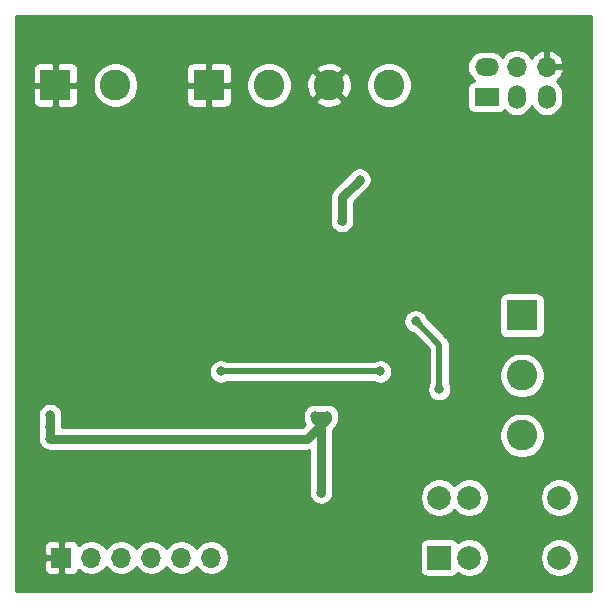
<source format=gbr>
G04 #@! TF.GenerationSoftware,KiCad,Pcbnew,5.1.5-52549c5~84~ubuntu18.04.1*
G04 #@! TF.CreationDate,2020-01-03T01:36:26+01:00*
G04 #@! TF.ProjectId,presen-fsr,70726573-656e-42d6-9673-722e6b696361,0*
G04 #@! TF.SameCoordinates,Original*
G04 #@! TF.FileFunction,Copper,L2,Bot*
G04 #@! TF.FilePolarity,Positive*
%FSLAX46Y46*%
G04 Gerber Fmt 4.6, Leading zero omitted, Abs format (unit mm)*
G04 Created by KiCad (PCBNEW 5.1.5-52549c5~84~ubuntu18.04.1) date 2020-01-03 01:36:26*
%MOMM*%
%LPD*%
G04 APERTURE LIST*
%ADD10C,2.000000*%
%ADD11R,2.000000X2.000000*%
%ADD12C,2.600000*%
%ADD13R,2.600000X2.600000*%
%ADD14O,1.700000X1.700000*%
%ADD15R,1.700000X1.700000*%
%ADD16O,1.500000X2.000000*%
%ADD17O,2.000000X1.500000*%
%ADD18R,2.000000X1.500000*%
%ADD19C,0.800000*%
%ADD20C,0.750000*%
%ADD21C,0.500000*%
%ADD22C,0.254000*%
G04 APERTURE END LIST*
D10*
X75660000Y-155500000D03*
X75660000Y-150420000D03*
X68040000Y-155500000D03*
D11*
X65500000Y-155500000D03*
D10*
X68040000Y-150420000D03*
X65500000Y-150420000D03*
D12*
X61240000Y-115500000D03*
X56160000Y-115500000D03*
X51080000Y-115500000D03*
D13*
X46000000Y-115500000D03*
D12*
X72500000Y-145160000D03*
X72500000Y-140080000D03*
D13*
X72500000Y-135000000D03*
D14*
X46200000Y-155500000D03*
X43660000Y-155500000D03*
X41120000Y-155500000D03*
X38580000Y-155500000D03*
X36040000Y-155500000D03*
D15*
X33500000Y-155500000D03*
D14*
X74580000Y-113960000D03*
D16*
X74580000Y-116500000D03*
D14*
X72040000Y-113960000D03*
D16*
X72040000Y-116500000D03*
D17*
X69500000Y-113960000D03*
D18*
X69500000Y-116500000D03*
D12*
X38080000Y-115500000D03*
D13*
X33000000Y-115500000D03*
D19*
X57250000Y-127000000D03*
X36500000Y-141250000D03*
X36500000Y-143250000D03*
X51000000Y-141250000D03*
X51000000Y-142250000D03*
X51750000Y-141750000D03*
X56000000Y-143500000D03*
X55500000Y-144250000D03*
X36500000Y-142250000D03*
X32562500Y-143437500D03*
X32562500Y-144437500D03*
X32562500Y-145437500D03*
X55000000Y-143500000D03*
X55500000Y-150000000D03*
X58750000Y-123500000D03*
X60500000Y-139750000D03*
X47000000Y-139750000D03*
X65500000Y-141250000D03*
X63500000Y-135500000D03*
D20*
X51000000Y-142250000D02*
X36500000Y-142250000D01*
X36500000Y-141250000D02*
X36500000Y-143250000D01*
X51000000Y-142250000D02*
X51000000Y-141250000D01*
X51250000Y-141250000D02*
X51750000Y-141750000D01*
X51000000Y-141250000D02*
X51250000Y-141250000D01*
X51250000Y-142250000D02*
X51750000Y-141750000D01*
X51000000Y-142250000D02*
X51250000Y-142250000D01*
X55000000Y-143500000D02*
X56000000Y-143500000D01*
X56000000Y-143750000D02*
X55500000Y-144250000D01*
X56000000Y-143500000D02*
X56000000Y-143750000D01*
X55000000Y-143750000D02*
X55500000Y-144250000D01*
X55000000Y-143500000D02*
X55000000Y-143750000D01*
X32562500Y-143437500D02*
X32562500Y-145437500D01*
X55500000Y-144250000D02*
X55500000Y-150000000D01*
X54312500Y-145437500D02*
X55500000Y-144250000D01*
X32562500Y-145437500D02*
X54312500Y-145437500D01*
X57250000Y-127000000D02*
X57250000Y-125000000D01*
X57250000Y-125000000D02*
X58750000Y-123500000D01*
D21*
X60500000Y-139750000D02*
X47000000Y-139750000D01*
X65500000Y-141250000D02*
X65500000Y-137500000D01*
X65500000Y-137500000D02*
X63500000Y-135500000D01*
D22*
G36*
X78340000Y-158340000D02*
G01*
X29660000Y-158340000D01*
X29660000Y-156350000D01*
X32011928Y-156350000D01*
X32024188Y-156474482D01*
X32060498Y-156594180D01*
X32119463Y-156704494D01*
X32198815Y-156801185D01*
X32295506Y-156880537D01*
X32405820Y-156939502D01*
X32525518Y-156975812D01*
X32650000Y-156988072D01*
X33214250Y-156985000D01*
X33373000Y-156826250D01*
X33373000Y-155627000D01*
X32173750Y-155627000D01*
X32015000Y-155785750D01*
X32011928Y-156350000D01*
X29660000Y-156350000D01*
X29660000Y-154650000D01*
X32011928Y-154650000D01*
X32015000Y-155214250D01*
X32173750Y-155373000D01*
X33373000Y-155373000D01*
X33373000Y-154173750D01*
X33627000Y-154173750D01*
X33627000Y-155373000D01*
X33647000Y-155373000D01*
X33647000Y-155627000D01*
X33627000Y-155627000D01*
X33627000Y-156826250D01*
X33785750Y-156985000D01*
X34350000Y-156988072D01*
X34474482Y-156975812D01*
X34594180Y-156939502D01*
X34704494Y-156880537D01*
X34801185Y-156801185D01*
X34880537Y-156704494D01*
X34939502Y-156594180D01*
X34961513Y-156521620D01*
X35093368Y-156653475D01*
X35336589Y-156815990D01*
X35606842Y-156927932D01*
X35893740Y-156985000D01*
X36186260Y-156985000D01*
X36473158Y-156927932D01*
X36743411Y-156815990D01*
X36986632Y-156653475D01*
X37193475Y-156446632D01*
X37310000Y-156272240D01*
X37426525Y-156446632D01*
X37633368Y-156653475D01*
X37876589Y-156815990D01*
X38146842Y-156927932D01*
X38433740Y-156985000D01*
X38726260Y-156985000D01*
X39013158Y-156927932D01*
X39283411Y-156815990D01*
X39526632Y-156653475D01*
X39733475Y-156446632D01*
X39850000Y-156272240D01*
X39966525Y-156446632D01*
X40173368Y-156653475D01*
X40416589Y-156815990D01*
X40686842Y-156927932D01*
X40973740Y-156985000D01*
X41266260Y-156985000D01*
X41553158Y-156927932D01*
X41823411Y-156815990D01*
X42066632Y-156653475D01*
X42273475Y-156446632D01*
X42390000Y-156272240D01*
X42506525Y-156446632D01*
X42713368Y-156653475D01*
X42956589Y-156815990D01*
X43226842Y-156927932D01*
X43513740Y-156985000D01*
X43806260Y-156985000D01*
X44093158Y-156927932D01*
X44363411Y-156815990D01*
X44606632Y-156653475D01*
X44813475Y-156446632D01*
X44930000Y-156272240D01*
X45046525Y-156446632D01*
X45253368Y-156653475D01*
X45496589Y-156815990D01*
X45766842Y-156927932D01*
X46053740Y-156985000D01*
X46346260Y-156985000D01*
X46633158Y-156927932D01*
X46903411Y-156815990D01*
X47146632Y-156653475D01*
X47353475Y-156446632D01*
X47515990Y-156203411D01*
X47627932Y-155933158D01*
X47685000Y-155646260D01*
X47685000Y-155353740D01*
X47627932Y-155066842D01*
X47515990Y-154796589D01*
X47353475Y-154553368D01*
X47300107Y-154500000D01*
X63861928Y-154500000D01*
X63861928Y-156500000D01*
X63874188Y-156624482D01*
X63910498Y-156744180D01*
X63969463Y-156854494D01*
X64048815Y-156951185D01*
X64145506Y-157030537D01*
X64255820Y-157089502D01*
X64375518Y-157125812D01*
X64500000Y-157138072D01*
X66500000Y-157138072D01*
X66624482Y-157125812D01*
X66744180Y-157089502D01*
X66854494Y-157030537D01*
X66951185Y-156951185D01*
X67030537Y-156854494D01*
X67055191Y-156808370D01*
X67265537Y-156948918D01*
X67563088Y-157072168D01*
X67878967Y-157135000D01*
X68201033Y-157135000D01*
X68516912Y-157072168D01*
X68814463Y-156948918D01*
X69082252Y-156769987D01*
X69309987Y-156542252D01*
X69488918Y-156274463D01*
X69612168Y-155976912D01*
X69675000Y-155661033D01*
X69675000Y-155338967D01*
X74025000Y-155338967D01*
X74025000Y-155661033D01*
X74087832Y-155976912D01*
X74211082Y-156274463D01*
X74390013Y-156542252D01*
X74617748Y-156769987D01*
X74885537Y-156948918D01*
X75183088Y-157072168D01*
X75498967Y-157135000D01*
X75821033Y-157135000D01*
X76136912Y-157072168D01*
X76434463Y-156948918D01*
X76702252Y-156769987D01*
X76929987Y-156542252D01*
X77108918Y-156274463D01*
X77232168Y-155976912D01*
X77295000Y-155661033D01*
X77295000Y-155338967D01*
X77232168Y-155023088D01*
X77108918Y-154725537D01*
X76929987Y-154457748D01*
X76702252Y-154230013D01*
X76434463Y-154051082D01*
X76136912Y-153927832D01*
X75821033Y-153865000D01*
X75498967Y-153865000D01*
X75183088Y-153927832D01*
X74885537Y-154051082D01*
X74617748Y-154230013D01*
X74390013Y-154457748D01*
X74211082Y-154725537D01*
X74087832Y-155023088D01*
X74025000Y-155338967D01*
X69675000Y-155338967D01*
X69612168Y-155023088D01*
X69488918Y-154725537D01*
X69309987Y-154457748D01*
X69082252Y-154230013D01*
X68814463Y-154051082D01*
X68516912Y-153927832D01*
X68201033Y-153865000D01*
X67878967Y-153865000D01*
X67563088Y-153927832D01*
X67265537Y-154051082D01*
X67055191Y-154191630D01*
X67030537Y-154145506D01*
X66951185Y-154048815D01*
X66854494Y-153969463D01*
X66744180Y-153910498D01*
X66624482Y-153874188D01*
X66500000Y-153861928D01*
X64500000Y-153861928D01*
X64375518Y-153874188D01*
X64255820Y-153910498D01*
X64145506Y-153969463D01*
X64048815Y-154048815D01*
X63969463Y-154145506D01*
X63910498Y-154255820D01*
X63874188Y-154375518D01*
X63861928Y-154500000D01*
X47300107Y-154500000D01*
X47146632Y-154346525D01*
X46903411Y-154184010D01*
X46633158Y-154072068D01*
X46346260Y-154015000D01*
X46053740Y-154015000D01*
X45766842Y-154072068D01*
X45496589Y-154184010D01*
X45253368Y-154346525D01*
X45046525Y-154553368D01*
X44930000Y-154727760D01*
X44813475Y-154553368D01*
X44606632Y-154346525D01*
X44363411Y-154184010D01*
X44093158Y-154072068D01*
X43806260Y-154015000D01*
X43513740Y-154015000D01*
X43226842Y-154072068D01*
X42956589Y-154184010D01*
X42713368Y-154346525D01*
X42506525Y-154553368D01*
X42390000Y-154727760D01*
X42273475Y-154553368D01*
X42066632Y-154346525D01*
X41823411Y-154184010D01*
X41553158Y-154072068D01*
X41266260Y-154015000D01*
X40973740Y-154015000D01*
X40686842Y-154072068D01*
X40416589Y-154184010D01*
X40173368Y-154346525D01*
X39966525Y-154553368D01*
X39850000Y-154727760D01*
X39733475Y-154553368D01*
X39526632Y-154346525D01*
X39283411Y-154184010D01*
X39013158Y-154072068D01*
X38726260Y-154015000D01*
X38433740Y-154015000D01*
X38146842Y-154072068D01*
X37876589Y-154184010D01*
X37633368Y-154346525D01*
X37426525Y-154553368D01*
X37310000Y-154727760D01*
X37193475Y-154553368D01*
X36986632Y-154346525D01*
X36743411Y-154184010D01*
X36473158Y-154072068D01*
X36186260Y-154015000D01*
X35893740Y-154015000D01*
X35606842Y-154072068D01*
X35336589Y-154184010D01*
X35093368Y-154346525D01*
X34961513Y-154478380D01*
X34939502Y-154405820D01*
X34880537Y-154295506D01*
X34801185Y-154198815D01*
X34704494Y-154119463D01*
X34594180Y-154060498D01*
X34474482Y-154024188D01*
X34350000Y-154011928D01*
X33785750Y-154015000D01*
X33627000Y-154173750D01*
X33373000Y-154173750D01*
X33214250Y-154015000D01*
X32650000Y-154011928D01*
X32525518Y-154024188D01*
X32405820Y-154060498D01*
X32295506Y-154119463D01*
X32198815Y-154198815D01*
X32119463Y-154295506D01*
X32060498Y-154405820D01*
X32024188Y-154525518D01*
X32011928Y-154650000D01*
X29660000Y-154650000D01*
X29660000Y-143335561D01*
X31527500Y-143335561D01*
X31527500Y-143539439D01*
X31552500Y-143665124D01*
X31552500Y-144209875D01*
X31527500Y-144335561D01*
X31527500Y-144539439D01*
X31552501Y-144665127D01*
X31552501Y-145209872D01*
X31527500Y-145335561D01*
X31527500Y-145539439D01*
X31567274Y-145739398D01*
X31645295Y-145927756D01*
X31758563Y-146097274D01*
X31902726Y-146241437D01*
X32072244Y-146354705D01*
X32260602Y-146432726D01*
X32460561Y-146472500D01*
X32664439Y-146472500D01*
X32790123Y-146447500D01*
X54262892Y-146447500D01*
X54312500Y-146452386D01*
X54490000Y-146434903D01*
X54490001Y-149772372D01*
X54465000Y-149898061D01*
X54465000Y-150101939D01*
X54504774Y-150301898D01*
X54582795Y-150490256D01*
X54696063Y-150659774D01*
X54840226Y-150803937D01*
X55009744Y-150917205D01*
X55198102Y-150995226D01*
X55398061Y-151035000D01*
X55601939Y-151035000D01*
X55801898Y-150995226D01*
X55990256Y-150917205D01*
X56159774Y-150803937D01*
X56303937Y-150659774D01*
X56417205Y-150490256D01*
X56495226Y-150301898D01*
X56503765Y-150258967D01*
X63865000Y-150258967D01*
X63865000Y-150581033D01*
X63927832Y-150896912D01*
X64051082Y-151194463D01*
X64230013Y-151462252D01*
X64457748Y-151689987D01*
X64725537Y-151868918D01*
X65023088Y-151992168D01*
X65338967Y-152055000D01*
X65661033Y-152055000D01*
X65976912Y-151992168D01*
X66274463Y-151868918D01*
X66542252Y-151689987D01*
X66769987Y-151462252D01*
X66770000Y-151462233D01*
X66770013Y-151462252D01*
X66997748Y-151689987D01*
X67265537Y-151868918D01*
X67563088Y-151992168D01*
X67878967Y-152055000D01*
X68201033Y-152055000D01*
X68516912Y-151992168D01*
X68814463Y-151868918D01*
X69082252Y-151689987D01*
X69309987Y-151462252D01*
X69488918Y-151194463D01*
X69612168Y-150896912D01*
X69675000Y-150581033D01*
X69675000Y-150258967D01*
X74025000Y-150258967D01*
X74025000Y-150581033D01*
X74087832Y-150896912D01*
X74211082Y-151194463D01*
X74390013Y-151462252D01*
X74617748Y-151689987D01*
X74885537Y-151868918D01*
X75183088Y-151992168D01*
X75498967Y-152055000D01*
X75821033Y-152055000D01*
X76136912Y-151992168D01*
X76434463Y-151868918D01*
X76702252Y-151689987D01*
X76929987Y-151462252D01*
X77108918Y-151194463D01*
X77232168Y-150896912D01*
X77295000Y-150581033D01*
X77295000Y-150258967D01*
X77232168Y-149943088D01*
X77108918Y-149645537D01*
X76929987Y-149377748D01*
X76702252Y-149150013D01*
X76434463Y-148971082D01*
X76136912Y-148847832D01*
X75821033Y-148785000D01*
X75498967Y-148785000D01*
X75183088Y-148847832D01*
X74885537Y-148971082D01*
X74617748Y-149150013D01*
X74390013Y-149377748D01*
X74211082Y-149645537D01*
X74087832Y-149943088D01*
X74025000Y-150258967D01*
X69675000Y-150258967D01*
X69612168Y-149943088D01*
X69488918Y-149645537D01*
X69309987Y-149377748D01*
X69082252Y-149150013D01*
X68814463Y-148971082D01*
X68516912Y-148847832D01*
X68201033Y-148785000D01*
X67878967Y-148785000D01*
X67563088Y-148847832D01*
X67265537Y-148971082D01*
X66997748Y-149150013D01*
X66770013Y-149377748D01*
X66770000Y-149377767D01*
X66769987Y-149377748D01*
X66542252Y-149150013D01*
X66274463Y-148971082D01*
X65976912Y-148847832D01*
X65661033Y-148785000D01*
X65338967Y-148785000D01*
X65023088Y-148847832D01*
X64725537Y-148971082D01*
X64457748Y-149150013D01*
X64230013Y-149377748D01*
X64051082Y-149645537D01*
X63927832Y-149943088D01*
X63865000Y-150258967D01*
X56503765Y-150258967D01*
X56535000Y-150101939D01*
X56535000Y-149898061D01*
X56510000Y-149772377D01*
X56510000Y-144969419D01*
X70565000Y-144969419D01*
X70565000Y-145350581D01*
X70639361Y-145724419D01*
X70785225Y-146076566D01*
X70996987Y-146393491D01*
X71266509Y-146663013D01*
X71583434Y-146874775D01*
X71935581Y-147020639D01*
X72309419Y-147095000D01*
X72690581Y-147095000D01*
X73064419Y-147020639D01*
X73416566Y-146874775D01*
X73733491Y-146663013D01*
X74003013Y-146393491D01*
X74214775Y-146076566D01*
X74360639Y-145724419D01*
X74435000Y-145350581D01*
X74435000Y-144969419D01*
X74360639Y-144595581D01*
X74214775Y-144243434D01*
X74003013Y-143926509D01*
X73733491Y-143656987D01*
X73416566Y-143445225D01*
X73064419Y-143299361D01*
X72690581Y-143225000D01*
X72309419Y-143225000D01*
X71935581Y-143299361D01*
X71583434Y-143445225D01*
X71266509Y-143656987D01*
X70996987Y-143926509D01*
X70785225Y-144243434D01*
X70639361Y-144595581D01*
X70565000Y-144969419D01*
X56510000Y-144969419D01*
X56510000Y-144668355D01*
X56679094Y-144499261D01*
X56717633Y-144467633D01*
X56843847Y-144313840D01*
X56937632Y-144138380D01*
X56950101Y-144097274D01*
X56995385Y-143947995D01*
X57014886Y-143750000D01*
X57011794Y-143718605D01*
X57035000Y-143601939D01*
X57035000Y-143398061D01*
X56995226Y-143198102D01*
X56917205Y-143009744D01*
X56803937Y-142840226D01*
X56659774Y-142696063D01*
X56490256Y-142582795D01*
X56301898Y-142504774D01*
X56101939Y-142465000D01*
X55898061Y-142465000D01*
X55772377Y-142490000D01*
X55227623Y-142490000D01*
X55101939Y-142465000D01*
X54898061Y-142465000D01*
X54698102Y-142504774D01*
X54509744Y-142582795D01*
X54340226Y-142696063D01*
X54196063Y-142840226D01*
X54082795Y-143009744D01*
X54004774Y-143198102D01*
X53965000Y-143398061D01*
X53965000Y-143601939D01*
X53988206Y-143718605D01*
X53985114Y-143750000D01*
X53990000Y-143799607D01*
X53990000Y-143799608D01*
X54004615Y-143947994D01*
X54062368Y-144138380D01*
X54104479Y-144217165D01*
X53894145Y-144427500D01*
X33597500Y-144427500D01*
X33597500Y-144335561D01*
X33572500Y-144209877D01*
X33572500Y-143665123D01*
X33597500Y-143539439D01*
X33597500Y-143335561D01*
X33557726Y-143135602D01*
X33479705Y-142947244D01*
X33366437Y-142777726D01*
X33222274Y-142633563D01*
X33052756Y-142520295D01*
X32864398Y-142442274D01*
X32664439Y-142402500D01*
X32460561Y-142402500D01*
X32260602Y-142442274D01*
X32072244Y-142520295D01*
X31902726Y-142633563D01*
X31758563Y-142777726D01*
X31645295Y-142947244D01*
X31567274Y-143135602D01*
X31527500Y-143335561D01*
X29660000Y-143335561D01*
X29660000Y-139648061D01*
X45965000Y-139648061D01*
X45965000Y-139851939D01*
X46004774Y-140051898D01*
X46082795Y-140240256D01*
X46196063Y-140409774D01*
X46340226Y-140553937D01*
X46509744Y-140667205D01*
X46698102Y-140745226D01*
X46898061Y-140785000D01*
X47101939Y-140785000D01*
X47301898Y-140745226D01*
X47490256Y-140667205D01*
X47538454Y-140635000D01*
X59961546Y-140635000D01*
X60009744Y-140667205D01*
X60198102Y-140745226D01*
X60398061Y-140785000D01*
X60601939Y-140785000D01*
X60801898Y-140745226D01*
X60990256Y-140667205D01*
X61159774Y-140553937D01*
X61303937Y-140409774D01*
X61417205Y-140240256D01*
X61495226Y-140051898D01*
X61535000Y-139851939D01*
X61535000Y-139648061D01*
X61495226Y-139448102D01*
X61417205Y-139259744D01*
X61303937Y-139090226D01*
X61159774Y-138946063D01*
X60990256Y-138832795D01*
X60801898Y-138754774D01*
X60601939Y-138715000D01*
X60398061Y-138715000D01*
X60198102Y-138754774D01*
X60009744Y-138832795D01*
X59961546Y-138865000D01*
X47538454Y-138865000D01*
X47490256Y-138832795D01*
X47301898Y-138754774D01*
X47101939Y-138715000D01*
X46898061Y-138715000D01*
X46698102Y-138754774D01*
X46509744Y-138832795D01*
X46340226Y-138946063D01*
X46196063Y-139090226D01*
X46082795Y-139259744D01*
X46004774Y-139448102D01*
X45965000Y-139648061D01*
X29660000Y-139648061D01*
X29660000Y-135398061D01*
X62465000Y-135398061D01*
X62465000Y-135601939D01*
X62504774Y-135801898D01*
X62582795Y-135990256D01*
X62696063Y-136159774D01*
X62840226Y-136303937D01*
X63009744Y-136417205D01*
X63198102Y-136495226D01*
X63254957Y-136506535D01*
X64615001Y-137866580D01*
X64615000Y-140711545D01*
X64582795Y-140759744D01*
X64504774Y-140948102D01*
X64465000Y-141148061D01*
X64465000Y-141351939D01*
X64504774Y-141551898D01*
X64582795Y-141740256D01*
X64696063Y-141909774D01*
X64840226Y-142053937D01*
X65009744Y-142167205D01*
X65198102Y-142245226D01*
X65398061Y-142285000D01*
X65601939Y-142285000D01*
X65801898Y-142245226D01*
X65990256Y-142167205D01*
X66159774Y-142053937D01*
X66303937Y-141909774D01*
X66417205Y-141740256D01*
X66495226Y-141551898D01*
X66535000Y-141351939D01*
X66535000Y-141148061D01*
X66495226Y-140948102D01*
X66417205Y-140759744D01*
X66385000Y-140711546D01*
X66385000Y-139889419D01*
X70565000Y-139889419D01*
X70565000Y-140270581D01*
X70639361Y-140644419D01*
X70785225Y-140996566D01*
X70996987Y-141313491D01*
X71266509Y-141583013D01*
X71583434Y-141794775D01*
X71935581Y-141940639D01*
X72309419Y-142015000D01*
X72690581Y-142015000D01*
X73064419Y-141940639D01*
X73416566Y-141794775D01*
X73733491Y-141583013D01*
X74003013Y-141313491D01*
X74214775Y-140996566D01*
X74360639Y-140644419D01*
X74435000Y-140270581D01*
X74435000Y-139889419D01*
X74360639Y-139515581D01*
X74214775Y-139163434D01*
X74003013Y-138846509D01*
X73733491Y-138576987D01*
X73416566Y-138365225D01*
X73064419Y-138219361D01*
X72690581Y-138145000D01*
X72309419Y-138145000D01*
X71935581Y-138219361D01*
X71583434Y-138365225D01*
X71266509Y-138576987D01*
X70996987Y-138846509D01*
X70785225Y-139163434D01*
X70639361Y-139515581D01*
X70565000Y-139889419D01*
X66385000Y-139889419D01*
X66385000Y-137543465D01*
X66389281Y-137499999D01*
X66385000Y-137456533D01*
X66385000Y-137456523D01*
X66372195Y-137326510D01*
X66321589Y-137159687D01*
X66239411Y-137005941D01*
X66183712Y-136938072D01*
X66156532Y-136904953D01*
X66156530Y-136904951D01*
X66128817Y-136871183D01*
X66095049Y-136843470D01*
X64506535Y-135254957D01*
X64495226Y-135198102D01*
X64417205Y-135009744D01*
X64303937Y-134840226D01*
X64159774Y-134696063D01*
X63990256Y-134582795D01*
X63801898Y-134504774D01*
X63601939Y-134465000D01*
X63398061Y-134465000D01*
X63198102Y-134504774D01*
X63009744Y-134582795D01*
X62840226Y-134696063D01*
X62696063Y-134840226D01*
X62582795Y-135009744D01*
X62504774Y-135198102D01*
X62465000Y-135398061D01*
X29660000Y-135398061D01*
X29660000Y-133700000D01*
X70561928Y-133700000D01*
X70561928Y-136300000D01*
X70574188Y-136424482D01*
X70610498Y-136544180D01*
X70669463Y-136654494D01*
X70748815Y-136751185D01*
X70845506Y-136830537D01*
X70955820Y-136889502D01*
X71075518Y-136925812D01*
X71200000Y-136938072D01*
X73800000Y-136938072D01*
X73924482Y-136925812D01*
X74044180Y-136889502D01*
X74154494Y-136830537D01*
X74251185Y-136751185D01*
X74330537Y-136654494D01*
X74389502Y-136544180D01*
X74425812Y-136424482D01*
X74438072Y-136300000D01*
X74438072Y-133700000D01*
X74425812Y-133575518D01*
X74389502Y-133455820D01*
X74330537Y-133345506D01*
X74251185Y-133248815D01*
X74154494Y-133169463D01*
X74044180Y-133110498D01*
X73924482Y-133074188D01*
X73800000Y-133061928D01*
X71200000Y-133061928D01*
X71075518Y-133074188D01*
X70955820Y-133110498D01*
X70845506Y-133169463D01*
X70748815Y-133248815D01*
X70669463Y-133345506D01*
X70610498Y-133455820D01*
X70574188Y-133575518D01*
X70561928Y-133700000D01*
X29660000Y-133700000D01*
X29660000Y-126898061D01*
X56215000Y-126898061D01*
X56215000Y-127101939D01*
X56254774Y-127301898D01*
X56332795Y-127490256D01*
X56446063Y-127659774D01*
X56590226Y-127803937D01*
X56759744Y-127917205D01*
X56948102Y-127995226D01*
X57148061Y-128035000D01*
X57351939Y-128035000D01*
X57551898Y-127995226D01*
X57740256Y-127917205D01*
X57909774Y-127803937D01*
X58053937Y-127659774D01*
X58167205Y-127490256D01*
X58245226Y-127301898D01*
X58285000Y-127101939D01*
X58285000Y-126898061D01*
X58260000Y-126772377D01*
X58260000Y-125418355D01*
X59303223Y-124375132D01*
X59409774Y-124303937D01*
X59553937Y-124159774D01*
X59667205Y-123990256D01*
X59745226Y-123801898D01*
X59785000Y-123601939D01*
X59785000Y-123398061D01*
X59745226Y-123198102D01*
X59667205Y-123009744D01*
X59553937Y-122840226D01*
X59409774Y-122696063D01*
X59240256Y-122582795D01*
X59051898Y-122504774D01*
X58851939Y-122465000D01*
X58648061Y-122465000D01*
X58448102Y-122504774D01*
X58259744Y-122582795D01*
X58090226Y-122696063D01*
X57946063Y-122840226D01*
X57874868Y-122946777D01*
X56570901Y-124250744D01*
X56532368Y-124282367D01*
X56500745Y-124320900D01*
X56500744Y-124320901D01*
X56406154Y-124436160D01*
X56312368Y-124611621D01*
X56254615Y-124802006D01*
X56235114Y-125000000D01*
X56240001Y-125049617D01*
X56240000Y-126772376D01*
X56215000Y-126898061D01*
X29660000Y-126898061D01*
X29660000Y-116800000D01*
X31061928Y-116800000D01*
X31074188Y-116924482D01*
X31110498Y-117044180D01*
X31169463Y-117154494D01*
X31248815Y-117251185D01*
X31345506Y-117330537D01*
X31455820Y-117389502D01*
X31575518Y-117425812D01*
X31700000Y-117438072D01*
X32714250Y-117435000D01*
X32873000Y-117276250D01*
X32873000Y-115627000D01*
X33127000Y-115627000D01*
X33127000Y-117276250D01*
X33285750Y-117435000D01*
X34300000Y-117438072D01*
X34424482Y-117425812D01*
X34544180Y-117389502D01*
X34654494Y-117330537D01*
X34751185Y-117251185D01*
X34830537Y-117154494D01*
X34889502Y-117044180D01*
X34925812Y-116924482D01*
X34938072Y-116800000D01*
X34935000Y-115785750D01*
X34776250Y-115627000D01*
X33127000Y-115627000D01*
X32873000Y-115627000D01*
X31223750Y-115627000D01*
X31065000Y-115785750D01*
X31061928Y-116800000D01*
X29660000Y-116800000D01*
X29660000Y-114200000D01*
X31061928Y-114200000D01*
X31065000Y-115214250D01*
X31223750Y-115373000D01*
X32873000Y-115373000D01*
X32873000Y-113723750D01*
X33127000Y-113723750D01*
X33127000Y-115373000D01*
X34776250Y-115373000D01*
X34839831Y-115309419D01*
X36145000Y-115309419D01*
X36145000Y-115690581D01*
X36219361Y-116064419D01*
X36365225Y-116416566D01*
X36576987Y-116733491D01*
X36846509Y-117003013D01*
X37163434Y-117214775D01*
X37515581Y-117360639D01*
X37889419Y-117435000D01*
X38270581Y-117435000D01*
X38644419Y-117360639D01*
X38996566Y-117214775D01*
X39313491Y-117003013D01*
X39516504Y-116800000D01*
X44061928Y-116800000D01*
X44074188Y-116924482D01*
X44110498Y-117044180D01*
X44169463Y-117154494D01*
X44248815Y-117251185D01*
X44345506Y-117330537D01*
X44455820Y-117389502D01*
X44575518Y-117425812D01*
X44700000Y-117438072D01*
X45714250Y-117435000D01*
X45873000Y-117276250D01*
X45873000Y-115627000D01*
X46127000Y-115627000D01*
X46127000Y-117276250D01*
X46285750Y-117435000D01*
X47300000Y-117438072D01*
X47424482Y-117425812D01*
X47544180Y-117389502D01*
X47654494Y-117330537D01*
X47751185Y-117251185D01*
X47830537Y-117154494D01*
X47889502Y-117044180D01*
X47925812Y-116924482D01*
X47938072Y-116800000D01*
X47935000Y-115785750D01*
X47776250Y-115627000D01*
X46127000Y-115627000D01*
X45873000Y-115627000D01*
X44223750Y-115627000D01*
X44065000Y-115785750D01*
X44061928Y-116800000D01*
X39516504Y-116800000D01*
X39583013Y-116733491D01*
X39794775Y-116416566D01*
X39940639Y-116064419D01*
X40015000Y-115690581D01*
X40015000Y-115309419D01*
X39940639Y-114935581D01*
X39794775Y-114583434D01*
X39583013Y-114266509D01*
X39516504Y-114200000D01*
X44061928Y-114200000D01*
X44065000Y-115214250D01*
X44223750Y-115373000D01*
X45873000Y-115373000D01*
X45873000Y-113723750D01*
X46127000Y-113723750D01*
X46127000Y-115373000D01*
X47776250Y-115373000D01*
X47839831Y-115309419D01*
X49145000Y-115309419D01*
X49145000Y-115690581D01*
X49219361Y-116064419D01*
X49365225Y-116416566D01*
X49576987Y-116733491D01*
X49846509Y-117003013D01*
X50163434Y-117214775D01*
X50515581Y-117360639D01*
X50889419Y-117435000D01*
X51270581Y-117435000D01*
X51644419Y-117360639D01*
X51996566Y-117214775D01*
X52313491Y-117003013D01*
X52467280Y-116849224D01*
X54990381Y-116849224D01*
X55122317Y-117144312D01*
X55463045Y-117315159D01*
X55830557Y-117416250D01*
X56210729Y-117443701D01*
X56588951Y-117396457D01*
X56950690Y-117276333D01*
X57197683Y-117144312D01*
X57329619Y-116849224D01*
X56160000Y-115679605D01*
X54990381Y-116849224D01*
X52467280Y-116849224D01*
X52583013Y-116733491D01*
X52794775Y-116416566D01*
X52940639Y-116064419D01*
X53015000Y-115690581D01*
X53015000Y-115550729D01*
X54216299Y-115550729D01*
X54263543Y-115928951D01*
X54383667Y-116290690D01*
X54515688Y-116537683D01*
X54810776Y-116669619D01*
X55980395Y-115500000D01*
X56339605Y-115500000D01*
X57509224Y-116669619D01*
X57804312Y-116537683D01*
X57975159Y-116196955D01*
X58076250Y-115829443D01*
X58103701Y-115449271D01*
X58086232Y-115309419D01*
X59305000Y-115309419D01*
X59305000Y-115690581D01*
X59379361Y-116064419D01*
X59525225Y-116416566D01*
X59736987Y-116733491D01*
X60006509Y-117003013D01*
X60323434Y-117214775D01*
X60675581Y-117360639D01*
X61049419Y-117435000D01*
X61430581Y-117435000D01*
X61804419Y-117360639D01*
X62156566Y-117214775D01*
X62473491Y-117003013D01*
X62743013Y-116733491D01*
X62954775Y-116416566D01*
X63100639Y-116064419D01*
X63175000Y-115690581D01*
X63175000Y-115309419D01*
X63100639Y-114935581D01*
X62954775Y-114583434D01*
X62743013Y-114266509D01*
X62473491Y-113996987D01*
X62418136Y-113960000D01*
X67858299Y-113960000D01*
X67885040Y-114231507D01*
X67964236Y-114492581D01*
X68092843Y-114733188D01*
X68265919Y-114944081D01*
X68473608Y-115114527D01*
X68375518Y-115124188D01*
X68255820Y-115160498D01*
X68145506Y-115219463D01*
X68048815Y-115298815D01*
X67969463Y-115395506D01*
X67910498Y-115505820D01*
X67874188Y-115625518D01*
X67861928Y-115750000D01*
X67861928Y-117250000D01*
X67874188Y-117374482D01*
X67910498Y-117494180D01*
X67969463Y-117604494D01*
X68048815Y-117701185D01*
X68145506Y-117780537D01*
X68255820Y-117839502D01*
X68375518Y-117875812D01*
X68500000Y-117888072D01*
X70500000Y-117888072D01*
X70624482Y-117875812D01*
X70744180Y-117839502D01*
X70854494Y-117780537D01*
X70951185Y-117701185D01*
X70990054Y-117653823D01*
X71055920Y-117734081D01*
X71266813Y-117907157D01*
X71507420Y-118035764D01*
X71768494Y-118114960D01*
X72040000Y-118141701D01*
X72311507Y-118114960D01*
X72572581Y-118035764D01*
X72813188Y-117907157D01*
X73024081Y-117734081D01*
X73197157Y-117523188D01*
X73310000Y-117312073D01*
X73422843Y-117523188D01*
X73595920Y-117734081D01*
X73806813Y-117907157D01*
X74047420Y-118035764D01*
X74308494Y-118114960D01*
X74580000Y-118141701D01*
X74851507Y-118114960D01*
X75112581Y-118035764D01*
X75353188Y-117907157D01*
X75564081Y-117734081D01*
X75737157Y-117523188D01*
X75865764Y-117282580D01*
X75944960Y-117021506D01*
X75965000Y-116818036D01*
X75965000Y-116181963D01*
X75944960Y-115978493D01*
X75865764Y-115717419D01*
X75737157Y-115476812D01*
X75564080Y-115265919D01*
X75438803Y-115163106D01*
X75580269Y-115057588D01*
X75775178Y-114841355D01*
X75924157Y-114591252D01*
X76021481Y-114316891D01*
X75900814Y-114087000D01*
X74707000Y-114087000D01*
X74707000Y-114107000D01*
X74453000Y-114107000D01*
X74453000Y-114087000D01*
X74433000Y-114087000D01*
X74433000Y-113833000D01*
X74453000Y-113833000D01*
X74453000Y-112639845D01*
X74707000Y-112639845D01*
X74707000Y-113833000D01*
X75900814Y-113833000D01*
X76021481Y-113603109D01*
X75924157Y-113328748D01*
X75775178Y-113078645D01*
X75580269Y-112862412D01*
X75346920Y-112688359D01*
X75084099Y-112563175D01*
X74936890Y-112518524D01*
X74707000Y-112639845D01*
X74453000Y-112639845D01*
X74223110Y-112518524D01*
X74075901Y-112563175D01*
X73813080Y-112688359D01*
X73579731Y-112862412D01*
X73384822Y-113078645D01*
X73315195Y-113195534D01*
X73193475Y-113013368D01*
X72986632Y-112806525D01*
X72743411Y-112644010D01*
X72473158Y-112532068D01*
X72186260Y-112475000D01*
X71893740Y-112475000D01*
X71606842Y-112532068D01*
X71336589Y-112644010D01*
X71093368Y-112806525D01*
X70886525Y-113013368D01*
X70831903Y-113095115D01*
X70734081Y-112975919D01*
X70523188Y-112802843D01*
X70282581Y-112674236D01*
X70021507Y-112595040D01*
X69818037Y-112575000D01*
X69181963Y-112575000D01*
X68978493Y-112595040D01*
X68717419Y-112674236D01*
X68476812Y-112802843D01*
X68265919Y-112975919D01*
X68092843Y-113186812D01*
X67964236Y-113427419D01*
X67885040Y-113688493D01*
X67858299Y-113960000D01*
X62418136Y-113960000D01*
X62156566Y-113785225D01*
X61804419Y-113639361D01*
X61430581Y-113565000D01*
X61049419Y-113565000D01*
X60675581Y-113639361D01*
X60323434Y-113785225D01*
X60006509Y-113996987D01*
X59736987Y-114266509D01*
X59525225Y-114583434D01*
X59379361Y-114935581D01*
X59305000Y-115309419D01*
X58086232Y-115309419D01*
X58056457Y-115071049D01*
X57936333Y-114709310D01*
X57804312Y-114462317D01*
X57509224Y-114330381D01*
X56339605Y-115500000D01*
X55980395Y-115500000D01*
X54810776Y-114330381D01*
X54515688Y-114462317D01*
X54344841Y-114803045D01*
X54243750Y-115170557D01*
X54216299Y-115550729D01*
X53015000Y-115550729D01*
X53015000Y-115309419D01*
X52940639Y-114935581D01*
X52794775Y-114583434D01*
X52583013Y-114266509D01*
X52467280Y-114150776D01*
X54990381Y-114150776D01*
X56160000Y-115320395D01*
X57329619Y-114150776D01*
X57197683Y-113855688D01*
X56856955Y-113684841D01*
X56489443Y-113583750D01*
X56109271Y-113556299D01*
X55731049Y-113603543D01*
X55369310Y-113723667D01*
X55122317Y-113855688D01*
X54990381Y-114150776D01*
X52467280Y-114150776D01*
X52313491Y-113996987D01*
X51996566Y-113785225D01*
X51644419Y-113639361D01*
X51270581Y-113565000D01*
X50889419Y-113565000D01*
X50515581Y-113639361D01*
X50163434Y-113785225D01*
X49846509Y-113996987D01*
X49576987Y-114266509D01*
X49365225Y-114583434D01*
X49219361Y-114935581D01*
X49145000Y-115309419D01*
X47839831Y-115309419D01*
X47935000Y-115214250D01*
X47938072Y-114200000D01*
X47925812Y-114075518D01*
X47889502Y-113955820D01*
X47830537Y-113845506D01*
X47751185Y-113748815D01*
X47654494Y-113669463D01*
X47544180Y-113610498D01*
X47424482Y-113574188D01*
X47300000Y-113561928D01*
X46285750Y-113565000D01*
X46127000Y-113723750D01*
X45873000Y-113723750D01*
X45714250Y-113565000D01*
X44700000Y-113561928D01*
X44575518Y-113574188D01*
X44455820Y-113610498D01*
X44345506Y-113669463D01*
X44248815Y-113748815D01*
X44169463Y-113845506D01*
X44110498Y-113955820D01*
X44074188Y-114075518D01*
X44061928Y-114200000D01*
X39516504Y-114200000D01*
X39313491Y-113996987D01*
X38996566Y-113785225D01*
X38644419Y-113639361D01*
X38270581Y-113565000D01*
X37889419Y-113565000D01*
X37515581Y-113639361D01*
X37163434Y-113785225D01*
X36846509Y-113996987D01*
X36576987Y-114266509D01*
X36365225Y-114583434D01*
X36219361Y-114935581D01*
X36145000Y-115309419D01*
X34839831Y-115309419D01*
X34935000Y-115214250D01*
X34938072Y-114200000D01*
X34925812Y-114075518D01*
X34889502Y-113955820D01*
X34830537Y-113845506D01*
X34751185Y-113748815D01*
X34654494Y-113669463D01*
X34544180Y-113610498D01*
X34424482Y-113574188D01*
X34300000Y-113561928D01*
X33285750Y-113565000D01*
X33127000Y-113723750D01*
X32873000Y-113723750D01*
X32714250Y-113565000D01*
X31700000Y-113561928D01*
X31575518Y-113574188D01*
X31455820Y-113610498D01*
X31345506Y-113669463D01*
X31248815Y-113748815D01*
X31169463Y-113845506D01*
X31110498Y-113955820D01*
X31074188Y-114075518D01*
X31061928Y-114200000D01*
X29660000Y-114200000D01*
X29660000Y-109660000D01*
X78340001Y-109660000D01*
X78340000Y-158340000D01*
G37*
X78340000Y-158340000D02*
X29660000Y-158340000D01*
X29660000Y-156350000D01*
X32011928Y-156350000D01*
X32024188Y-156474482D01*
X32060498Y-156594180D01*
X32119463Y-156704494D01*
X32198815Y-156801185D01*
X32295506Y-156880537D01*
X32405820Y-156939502D01*
X32525518Y-156975812D01*
X32650000Y-156988072D01*
X33214250Y-156985000D01*
X33373000Y-156826250D01*
X33373000Y-155627000D01*
X32173750Y-155627000D01*
X32015000Y-155785750D01*
X32011928Y-156350000D01*
X29660000Y-156350000D01*
X29660000Y-154650000D01*
X32011928Y-154650000D01*
X32015000Y-155214250D01*
X32173750Y-155373000D01*
X33373000Y-155373000D01*
X33373000Y-154173750D01*
X33627000Y-154173750D01*
X33627000Y-155373000D01*
X33647000Y-155373000D01*
X33647000Y-155627000D01*
X33627000Y-155627000D01*
X33627000Y-156826250D01*
X33785750Y-156985000D01*
X34350000Y-156988072D01*
X34474482Y-156975812D01*
X34594180Y-156939502D01*
X34704494Y-156880537D01*
X34801185Y-156801185D01*
X34880537Y-156704494D01*
X34939502Y-156594180D01*
X34961513Y-156521620D01*
X35093368Y-156653475D01*
X35336589Y-156815990D01*
X35606842Y-156927932D01*
X35893740Y-156985000D01*
X36186260Y-156985000D01*
X36473158Y-156927932D01*
X36743411Y-156815990D01*
X36986632Y-156653475D01*
X37193475Y-156446632D01*
X37310000Y-156272240D01*
X37426525Y-156446632D01*
X37633368Y-156653475D01*
X37876589Y-156815990D01*
X38146842Y-156927932D01*
X38433740Y-156985000D01*
X38726260Y-156985000D01*
X39013158Y-156927932D01*
X39283411Y-156815990D01*
X39526632Y-156653475D01*
X39733475Y-156446632D01*
X39850000Y-156272240D01*
X39966525Y-156446632D01*
X40173368Y-156653475D01*
X40416589Y-156815990D01*
X40686842Y-156927932D01*
X40973740Y-156985000D01*
X41266260Y-156985000D01*
X41553158Y-156927932D01*
X41823411Y-156815990D01*
X42066632Y-156653475D01*
X42273475Y-156446632D01*
X42390000Y-156272240D01*
X42506525Y-156446632D01*
X42713368Y-156653475D01*
X42956589Y-156815990D01*
X43226842Y-156927932D01*
X43513740Y-156985000D01*
X43806260Y-156985000D01*
X44093158Y-156927932D01*
X44363411Y-156815990D01*
X44606632Y-156653475D01*
X44813475Y-156446632D01*
X44930000Y-156272240D01*
X45046525Y-156446632D01*
X45253368Y-156653475D01*
X45496589Y-156815990D01*
X45766842Y-156927932D01*
X46053740Y-156985000D01*
X46346260Y-156985000D01*
X46633158Y-156927932D01*
X46903411Y-156815990D01*
X47146632Y-156653475D01*
X47353475Y-156446632D01*
X47515990Y-156203411D01*
X47627932Y-155933158D01*
X47685000Y-155646260D01*
X47685000Y-155353740D01*
X47627932Y-155066842D01*
X47515990Y-154796589D01*
X47353475Y-154553368D01*
X47300107Y-154500000D01*
X63861928Y-154500000D01*
X63861928Y-156500000D01*
X63874188Y-156624482D01*
X63910498Y-156744180D01*
X63969463Y-156854494D01*
X64048815Y-156951185D01*
X64145506Y-157030537D01*
X64255820Y-157089502D01*
X64375518Y-157125812D01*
X64500000Y-157138072D01*
X66500000Y-157138072D01*
X66624482Y-157125812D01*
X66744180Y-157089502D01*
X66854494Y-157030537D01*
X66951185Y-156951185D01*
X67030537Y-156854494D01*
X67055191Y-156808370D01*
X67265537Y-156948918D01*
X67563088Y-157072168D01*
X67878967Y-157135000D01*
X68201033Y-157135000D01*
X68516912Y-157072168D01*
X68814463Y-156948918D01*
X69082252Y-156769987D01*
X69309987Y-156542252D01*
X69488918Y-156274463D01*
X69612168Y-155976912D01*
X69675000Y-155661033D01*
X69675000Y-155338967D01*
X74025000Y-155338967D01*
X74025000Y-155661033D01*
X74087832Y-155976912D01*
X74211082Y-156274463D01*
X74390013Y-156542252D01*
X74617748Y-156769987D01*
X74885537Y-156948918D01*
X75183088Y-157072168D01*
X75498967Y-157135000D01*
X75821033Y-157135000D01*
X76136912Y-157072168D01*
X76434463Y-156948918D01*
X76702252Y-156769987D01*
X76929987Y-156542252D01*
X77108918Y-156274463D01*
X77232168Y-155976912D01*
X77295000Y-155661033D01*
X77295000Y-155338967D01*
X77232168Y-155023088D01*
X77108918Y-154725537D01*
X76929987Y-154457748D01*
X76702252Y-154230013D01*
X76434463Y-154051082D01*
X76136912Y-153927832D01*
X75821033Y-153865000D01*
X75498967Y-153865000D01*
X75183088Y-153927832D01*
X74885537Y-154051082D01*
X74617748Y-154230013D01*
X74390013Y-154457748D01*
X74211082Y-154725537D01*
X74087832Y-155023088D01*
X74025000Y-155338967D01*
X69675000Y-155338967D01*
X69612168Y-155023088D01*
X69488918Y-154725537D01*
X69309987Y-154457748D01*
X69082252Y-154230013D01*
X68814463Y-154051082D01*
X68516912Y-153927832D01*
X68201033Y-153865000D01*
X67878967Y-153865000D01*
X67563088Y-153927832D01*
X67265537Y-154051082D01*
X67055191Y-154191630D01*
X67030537Y-154145506D01*
X66951185Y-154048815D01*
X66854494Y-153969463D01*
X66744180Y-153910498D01*
X66624482Y-153874188D01*
X66500000Y-153861928D01*
X64500000Y-153861928D01*
X64375518Y-153874188D01*
X64255820Y-153910498D01*
X64145506Y-153969463D01*
X64048815Y-154048815D01*
X63969463Y-154145506D01*
X63910498Y-154255820D01*
X63874188Y-154375518D01*
X63861928Y-154500000D01*
X47300107Y-154500000D01*
X47146632Y-154346525D01*
X46903411Y-154184010D01*
X46633158Y-154072068D01*
X46346260Y-154015000D01*
X46053740Y-154015000D01*
X45766842Y-154072068D01*
X45496589Y-154184010D01*
X45253368Y-154346525D01*
X45046525Y-154553368D01*
X44930000Y-154727760D01*
X44813475Y-154553368D01*
X44606632Y-154346525D01*
X44363411Y-154184010D01*
X44093158Y-154072068D01*
X43806260Y-154015000D01*
X43513740Y-154015000D01*
X43226842Y-154072068D01*
X42956589Y-154184010D01*
X42713368Y-154346525D01*
X42506525Y-154553368D01*
X42390000Y-154727760D01*
X42273475Y-154553368D01*
X42066632Y-154346525D01*
X41823411Y-154184010D01*
X41553158Y-154072068D01*
X41266260Y-154015000D01*
X40973740Y-154015000D01*
X40686842Y-154072068D01*
X40416589Y-154184010D01*
X40173368Y-154346525D01*
X39966525Y-154553368D01*
X39850000Y-154727760D01*
X39733475Y-154553368D01*
X39526632Y-154346525D01*
X39283411Y-154184010D01*
X39013158Y-154072068D01*
X38726260Y-154015000D01*
X38433740Y-154015000D01*
X38146842Y-154072068D01*
X37876589Y-154184010D01*
X37633368Y-154346525D01*
X37426525Y-154553368D01*
X37310000Y-154727760D01*
X37193475Y-154553368D01*
X36986632Y-154346525D01*
X36743411Y-154184010D01*
X36473158Y-154072068D01*
X36186260Y-154015000D01*
X35893740Y-154015000D01*
X35606842Y-154072068D01*
X35336589Y-154184010D01*
X35093368Y-154346525D01*
X34961513Y-154478380D01*
X34939502Y-154405820D01*
X34880537Y-154295506D01*
X34801185Y-154198815D01*
X34704494Y-154119463D01*
X34594180Y-154060498D01*
X34474482Y-154024188D01*
X34350000Y-154011928D01*
X33785750Y-154015000D01*
X33627000Y-154173750D01*
X33373000Y-154173750D01*
X33214250Y-154015000D01*
X32650000Y-154011928D01*
X32525518Y-154024188D01*
X32405820Y-154060498D01*
X32295506Y-154119463D01*
X32198815Y-154198815D01*
X32119463Y-154295506D01*
X32060498Y-154405820D01*
X32024188Y-154525518D01*
X32011928Y-154650000D01*
X29660000Y-154650000D01*
X29660000Y-143335561D01*
X31527500Y-143335561D01*
X31527500Y-143539439D01*
X31552500Y-143665124D01*
X31552500Y-144209875D01*
X31527500Y-144335561D01*
X31527500Y-144539439D01*
X31552501Y-144665127D01*
X31552501Y-145209872D01*
X31527500Y-145335561D01*
X31527500Y-145539439D01*
X31567274Y-145739398D01*
X31645295Y-145927756D01*
X31758563Y-146097274D01*
X31902726Y-146241437D01*
X32072244Y-146354705D01*
X32260602Y-146432726D01*
X32460561Y-146472500D01*
X32664439Y-146472500D01*
X32790123Y-146447500D01*
X54262892Y-146447500D01*
X54312500Y-146452386D01*
X54490000Y-146434903D01*
X54490001Y-149772372D01*
X54465000Y-149898061D01*
X54465000Y-150101939D01*
X54504774Y-150301898D01*
X54582795Y-150490256D01*
X54696063Y-150659774D01*
X54840226Y-150803937D01*
X55009744Y-150917205D01*
X55198102Y-150995226D01*
X55398061Y-151035000D01*
X55601939Y-151035000D01*
X55801898Y-150995226D01*
X55990256Y-150917205D01*
X56159774Y-150803937D01*
X56303937Y-150659774D01*
X56417205Y-150490256D01*
X56495226Y-150301898D01*
X56503765Y-150258967D01*
X63865000Y-150258967D01*
X63865000Y-150581033D01*
X63927832Y-150896912D01*
X64051082Y-151194463D01*
X64230013Y-151462252D01*
X64457748Y-151689987D01*
X64725537Y-151868918D01*
X65023088Y-151992168D01*
X65338967Y-152055000D01*
X65661033Y-152055000D01*
X65976912Y-151992168D01*
X66274463Y-151868918D01*
X66542252Y-151689987D01*
X66769987Y-151462252D01*
X66770000Y-151462233D01*
X66770013Y-151462252D01*
X66997748Y-151689987D01*
X67265537Y-151868918D01*
X67563088Y-151992168D01*
X67878967Y-152055000D01*
X68201033Y-152055000D01*
X68516912Y-151992168D01*
X68814463Y-151868918D01*
X69082252Y-151689987D01*
X69309987Y-151462252D01*
X69488918Y-151194463D01*
X69612168Y-150896912D01*
X69675000Y-150581033D01*
X69675000Y-150258967D01*
X74025000Y-150258967D01*
X74025000Y-150581033D01*
X74087832Y-150896912D01*
X74211082Y-151194463D01*
X74390013Y-151462252D01*
X74617748Y-151689987D01*
X74885537Y-151868918D01*
X75183088Y-151992168D01*
X75498967Y-152055000D01*
X75821033Y-152055000D01*
X76136912Y-151992168D01*
X76434463Y-151868918D01*
X76702252Y-151689987D01*
X76929987Y-151462252D01*
X77108918Y-151194463D01*
X77232168Y-150896912D01*
X77295000Y-150581033D01*
X77295000Y-150258967D01*
X77232168Y-149943088D01*
X77108918Y-149645537D01*
X76929987Y-149377748D01*
X76702252Y-149150013D01*
X76434463Y-148971082D01*
X76136912Y-148847832D01*
X75821033Y-148785000D01*
X75498967Y-148785000D01*
X75183088Y-148847832D01*
X74885537Y-148971082D01*
X74617748Y-149150013D01*
X74390013Y-149377748D01*
X74211082Y-149645537D01*
X74087832Y-149943088D01*
X74025000Y-150258967D01*
X69675000Y-150258967D01*
X69612168Y-149943088D01*
X69488918Y-149645537D01*
X69309987Y-149377748D01*
X69082252Y-149150013D01*
X68814463Y-148971082D01*
X68516912Y-148847832D01*
X68201033Y-148785000D01*
X67878967Y-148785000D01*
X67563088Y-148847832D01*
X67265537Y-148971082D01*
X66997748Y-149150013D01*
X66770013Y-149377748D01*
X66770000Y-149377767D01*
X66769987Y-149377748D01*
X66542252Y-149150013D01*
X66274463Y-148971082D01*
X65976912Y-148847832D01*
X65661033Y-148785000D01*
X65338967Y-148785000D01*
X65023088Y-148847832D01*
X64725537Y-148971082D01*
X64457748Y-149150013D01*
X64230013Y-149377748D01*
X64051082Y-149645537D01*
X63927832Y-149943088D01*
X63865000Y-150258967D01*
X56503765Y-150258967D01*
X56535000Y-150101939D01*
X56535000Y-149898061D01*
X56510000Y-149772377D01*
X56510000Y-144969419D01*
X70565000Y-144969419D01*
X70565000Y-145350581D01*
X70639361Y-145724419D01*
X70785225Y-146076566D01*
X70996987Y-146393491D01*
X71266509Y-146663013D01*
X71583434Y-146874775D01*
X71935581Y-147020639D01*
X72309419Y-147095000D01*
X72690581Y-147095000D01*
X73064419Y-147020639D01*
X73416566Y-146874775D01*
X73733491Y-146663013D01*
X74003013Y-146393491D01*
X74214775Y-146076566D01*
X74360639Y-145724419D01*
X74435000Y-145350581D01*
X74435000Y-144969419D01*
X74360639Y-144595581D01*
X74214775Y-144243434D01*
X74003013Y-143926509D01*
X73733491Y-143656987D01*
X73416566Y-143445225D01*
X73064419Y-143299361D01*
X72690581Y-143225000D01*
X72309419Y-143225000D01*
X71935581Y-143299361D01*
X71583434Y-143445225D01*
X71266509Y-143656987D01*
X70996987Y-143926509D01*
X70785225Y-144243434D01*
X70639361Y-144595581D01*
X70565000Y-144969419D01*
X56510000Y-144969419D01*
X56510000Y-144668355D01*
X56679094Y-144499261D01*
X56717633Y-144467633D01*
X56843847Y-144313840D01*
X56937632Y-144138380D01*
X56950101Y-144097274D01*
X56995385Y-143947995D01*
X57014886Y-143750000D01*
X57011794Y-143718605D01*
X57035000Y-143601939D01*
X57035000Y-143398061D01*
X56995226Y-143198102D01*
X56917205Y-143009744D01*
X56803937Y-142840226D01*
X56659774Y-142696063D01*
X56490256Y-142582795D01*
X56301898Y-142504774D01*
X56101939Y-142465000D01*
X55898061Y-142465000D01*
X55772377Y-142490000D01*
X55227623Y-142490000D01*
X55101939Y-142465000D01*
X54898061Y-142465000D01*
X54698102Y-142504774D01*
X54509744Y-142582795D01*
X54340226Y-142696063D01*
X54196063Y-142840226D01*
X54082795Y-143009744D01*
X54004774Y-143198102D01*
X53965000Y-143398061D01*
X53965000Y-143601939D01*
X53988206Y-143718605D01*
X53985114Y-143750000D01*
X53990000Y-143799607D01*
X53990000Y-143799608D01*
X54004615Y-143947994D01*
X54062368Y-144138380D01*
X54104479Y-144217165D01*
X53894145Y-144427500D01*
X33597500Y-144427500D01*
X33597500Y-144335561D01*
X33572500Y-144209877D01*
X33572500Y-143665123D01*
X33597500Y-143539439D01*
X33597500Y-143335561D01*
X33557726Y-143135602D01*
X33479705Y-142947244D01*
X33366437Y-142777726D01*
X33222274Y-142633563D01*
X33052756Y-142520295D01*
X32864398Y-142442274D01*
X32664439Y-142402500D01*
X32460561Y-142402500D01*
X32260602Y-142442274D01*
X32072244Y-142520295D01*
X31902726Y-142633563D01*
X31758563Y-142777726D01*
X31645295Y-142947244D01*
X31567274Y-143135602D01*
X31527500Y-143335561D01*
X29660000Y-143335561D01*
X29660000Y-139648061D01*
X45965000Y-139648061D01*
X45965000Y-139851939D01*
X46004774Y-140051898D01*
X46082795Y-140240256D01*
X46196063Y-140409774D01*
X46340226Y-140553937D01*
X46509744Y-140667205D01*
X46698102Y-140745226D01*
X46898061Y-140785000D01*
X47101939Y-140785000D01*
X47301898Y-140745226D01*
X47490256Y-140667205D01*
X47538454Y-140635000D01*
X59961546Y-140635000D01*
X60009744Y-140667205D01*
X60198102Y-140745226D01*
X60398061Y-140785000D01*
X60601939Y-140785000D01*
X60801898Y-140745226D01*
X60990256Y-140667205D01*
X61159774Y-140553937D01*
X61303937Y-140409774D01*
X61417205Y-140240256D01*
X61495226Y-140051898D01*
X61535000Y-139851939D01*
X61535000Y-139648061D01*
X61495226Y-139448102D01*
X61417205Y-139259744D01*
X61303937Y-139090226D01*
X61159774Y-138946063D01*
X60990256Y-138832795D01*
X60801898Y-138754774D01*
X60601939Y-138715000D01*
X60398061Y-138715000D01*
X60198102Y-138754774D01*
X60009744Y-138832795D01*
X59961546Y-138865000D01*
X47538454Y-138865000D01*
X47490256Y-138832795D01*
X47301898Y-138754774D01*
X47101939Y-138715000D01*
X46898061Y-138715000D01*
X46698102Y-138754774D01*
X46509744Y-138832795D01*
X46340226Y-138946063D01*
X46196063Y-139090226D01*
X46082795Y-139259744D01*
X46004774Y-139448102D01*
X45965000Y-139648061D01*
X29660000Y-139648061D01*
X29660000Y-135398061D01*
X62465000Y-135398061D01*
X62465000Y-135601939D01*
X62504774Y-135801898D01*
X62582795Y-135990256D01*
X62696063Y-136159774D01*
X62840226Y-136303937D01*
X63009744Y-136417205D01*
X63198102Y-136495226D01*
X63254957Y-136506535D01*
X64615001Y-137866580D01*
X64615000Y-140711545D01*
X64582795Y-140759744D01*
X64504774Y-140948102D01*
X64465000Y-141148061D01*
X64465000Y-141351939D01*
X64504774Y-141551898D01*
X64582795Y-141740256D01*
X64696063Y-141909774D01*
X64840226Y-142053937D01*
X65009744Y-142167205D01*
X65198102Y-142245226D01*
X65398061Y-142285000D01*
X65601939Y-142285000D01*
X65801898Y-142245226D01*
X65990256Y-142167205D01*
X66159774Y-142053937D01*
X66303937Y-141909774D01*
X66417205Y-141740256D01*
X66495226Y-141551898D01*
X66535000Y-141351939D01*
X66535000Y-141148061D01*
X66495226Y-140948102D01*
X66417205Y-140759744D01*
X66385000Y-140711546D01*
X66385000Y-139889419D01*
X70565000Y-139889419D01*
X70565000Y-140270581D01*
X70639361Y-140644419D01*
X70785225Y-140996566D01*
X70996987Y-141313491D01*
X71266509Y-141583013D01*
X71583434Y-141794775D01*
X71935581Y-141940639D01*
X72309419Y-142015000D01*
X72690581Y-142015000D01*
X73064419Y-141940639D01*
X73416566Y-141794775D01*
X73733491Y-141583013D01*
X74003013Y-141313491D01*
X74214775Y-140996566D01*
X74360639Y-140644419D01*
X74435000Y-140270581D01*
X74435000Y-139889419D01*
X74360639Y-139515581D01*
X74214775Y-139163434D01*
X74003013Y-138846509D01*
X73733491Y-138576987D01*
X73416566Y-138365225D01*
X73064419Y-138219361D01*
X72690581Y-138145000D01*
X72309419Y-138145000D01*
X71935581Y-138219361D01*
X71583434Y-138365225D01*
X71266509Y-138576987D01*
X70996987Y-138846509D01*
X70785225Y-139163434D01*
X70639361Y-139515581D01*
X70565000Y-139889419D01*
X66385000Y-139889419D01*
X66385000Y-137543465D01*
X66389281Y-137499999D01*
X66385000Y-137456533D01*
X66385000Y-137456523D01*
X66372195Y-137326510D01*
X66321589Y-137159687D01*
X66239411Y-137005941D01*
X66183712Y-136938072D01*
X66156532Y-136904953D01*
X66156530Y-136904951D01*
X66128817Y-136871183D01*
X66095049Y-136843470D01*
X64506535Y-135254957D01*
X64495226Y-135198102D01*
X64417205Y-135009744D01*
X64303937Y-134840226D01*
X64159774Y-134696063D01*
X63990256Y-134582795D01*
X63801898Y-134504774D01*
X63601939Y-134465000D01*
X63398061Y-134465000D01*
X63198102Y-134504774D01*
X63009744Y-134582795D01*
X62840226Y-134696063D01*
X62696063Y-134840226D01*
X62582795Y-135009744D01*
X62504774Y-135198102D01*
X62465000Y-135398061D01*
X29660000Y-135398061D01*
X29660000Y-133700000D01*
X70561928Y-133700000D01*
X70561928Y-136300000D01*
X70574188Y-136424482D01*
X70610498Y-136544180D01*
X70669463Y-136654494D01*
X70748815Y-136751185D01*
X70845506Y-136830537D01*
X70955820Y-136889502D01*
X71075518Y-136925812D01*
X71200000Y-136938072D01*
X73800000Y-136938072D01*
X73924482Y-136925812D01*
X74044180Y-136889502D01*
X74154494Y-136830537D01*
X74251185Y-136751185D01*
X74330537Y-136654494D01*
X74389502Y-136544180D01*
X74425812Y-136424482D01*
X74438072Y-136300000D01*
X74438072Y-133700000D01*
X74425812Y-133575518D01*
X74389502Y-133455820D01*
X74330537Y-133345506D01*
X74251185Y-133248815D01*
X74154494Y-133169463D01*
X74044180Y-133110498D01*
X73924482Y-133074188D01*
X73800000Y-133061928D01*
X71200000Y-133061928D01*
X71075518Y-133074188D01*
X70955820Y-133110498D01*
X70845506Y-133169463D01*
X70748815Y-133248815D01*
X70669463Y-133345506D01*
X70610498Y-133455820D01*
X70574188Y-133575518D01*
X70561928Y-133700000D01*
X29660000Y-133700000D01*
X29660000Y-126898061D01*
X56215000Y-126898061D01*
X56215000Y-127101939D01*
X56254774Y-127301898D01*
X56332795Y-127490256D01*
X56446063Y-127659774D01*
X56590226Y-127803937D01*
X56759744Y-127917205D01*
X56948102Y-127995226D01*
X57148061Y-128035000D01*
X57351939Y-128035000D01*
X57551898Y-127995226D01*
X57740256Y-127917205D01*
X57909774Y-127803937D01*
X58053937Y-127659774D01*
X58167205Y-127490256D01*
X58245226Y-127301898D01*
X58285000Y-127101939D01*
X58285000Y-126898061D01*
X58260000Y-126772377D01*
X58260000Y-125418355D01*
X59303223Y-124375132D01*
X59409774Y-124303937D01*
X59553937Y-124159774D01*
X59667205Y-123990256D01*
X59745226Y-123801898D01*
X59785000Y-123601939D01*
X59785000Y-123398061D01*
X59745226Y-123198102D01*
X59667205Y-123009744D01*
X59553937Y-122840226D01*
X59409774Y-122696063D01*
X59240256Y-122582795D01*
X59051898Y-122504774D01*
X58851939Y-122465000D01*
X58648061Y-122465000D01*
X58448102Y-122504774D01*
X58259744Y-122582795D01*
X58090226Y-122696063D01*
X57946063Y-122840226D01*
X57874868Y-122946777D01*
X56570901Y-124250744D01*
X56532368Y-124282367D01*
X56500745Y-124320900D01*
X56500744Y-124320901D01*
X56406154Y-124436160D01*
X56312368Y-124611621D01*
X56254615Y-124802006D01*
X56235114Y-125000000D01*
X56240001Y-125049617D01*
X56240000Y-126772376D01*
X56215000Y-126898061D01*
X29660000Y-126898061D01*
X29660000Y-116800000D01*
X31061928Y-116800000D01*
X31074188Y-116924482D01*
X31110498Y-117044180D01*
X31169463Y-117154494D01*
X31248815Y-117251185D01*
X31345506Y-117330537D01*
X31455820Y-117389502D01*
X31575518Y-117425812D01*
X31700000Y-117438072D01*
X32714250Y-117435000D01*
X32873000Y-117276250D01*
X32873000Y-115627000D01*
X33127000Y-115627000D01*
X33127000Y-117276250D01*
X33285750Y-117435000D01*
X34300000Y-117438072D01*
X34424482Y-117425812D01*
X34544180Y-117389502D01*
X34654494Y-117330537D01*
X34751185Y-117251185D01*
X34830537Y-117154494D01*
X34889502Y-117044180D01*
X34925812Y-116924482D01*
X34938072Y-116800000D01*
X34935000Y-115785750D01*
X34776250Y-115627000D01*
X33127000Y-115627000D01*
X32873000Y-115627000D01*
X31223750Y-115627000D01*
X31065000Y-115785750D01*
X31061928Y-116800000D01*
X29660000Y-116800000D01*
X29660000Y-114200000D01*
X31061928Y-114200000D01*
X31065000Y-115214250D01*
X31223750Y-115373000D01*
X32873000Y-115373000D01*
X32873000Y-113723750D01*
X33127000Y-113723750D01*
X33127000Y-115373000D01*
X34776250Y-115373000D01*
X34839831Y-115309419D01*
X36145000Y-115309419D01*
X36145000Y-115690581D01*
X36219361Y-116064419D01*
X36365225Y-116416566D01*
X36576987Y-116733491D01*
X36846509Y-117003013D01*
X37163434Y-117214775D01*
X37515581Y-117360639D01*
X37889419Y-117435000D01*
X38270581Y-117435000D01*
X38644419Y-117360639D01*
X38996566Y-117214775D01*
X39313491Y-117003013D01*
X39516504Y-116800000D01*
X44061928Y-116800000D01*
X44074188Y-116924482D01*
X44110498Y-117044180D01*
X44169463Y-117154494D01*
X44248815Y-117251185D01*
X44345506Y-117330537D01*
X44455820Y-117389502D01*
X44575518Y-117425812D01*
X44700000Y-117438072D01*
X45714250Y-117435000D01*
X45873000Y-117276250D01*
X45873000Y-115627000D01*
X46127000Y-115627000D01*
X46127000Y-117276250D01*
X46285750Y-117435000D01*
X47300000Y-117438072D01*
X47424482Y-117425812D01*
X47544180Y-117389502D01*
X47654494Y-117330537D01*
X47751185Y-117251185D01*
X47830537Y-117154494D01*
X47889502Y-117044180D01*
X47925812Y-116924482D01*
X47938072Y-116800000D01*
X47935000Y-115785750D01*
X47776250Y-115627000D01*
X46127000Y-115627000D01*
X45873000Y-115627000D01*
X44223750Y-115627000D01*
X44065000Y-115785750D01*
X44061928Y-116800000D01*
X39516504Y-116800000D01*
X39583013Y-116733491D01*
X39794775Y-116416566D01*
X39940639Y-116064419D01*
X40015000Y-115690581D01*
X40015000Y-115309419D01*
X39940639Y-114935581D01*
X39794775Y-114583434D01*
X39583013Y-114266509D01*
X39516504Y-114200000D01*
X44061928Y-114200000D01*
X44065000Y-115214250D01*
X44223750Y-115373000D01*
X45873000Y-115373000D01*
X45873000Y-113723750D01*
X46127000Y-113723750D01*
X46127000Y-115373000D01*
X47776250Y-115373000D01*
X47839831Y-115309419D01*
X49145000Y-115309419D01*
X49145000Y-115690581D01*
X49219361Y-116064419D01*
X49365225Y-116416566D01*
X49576987Y-116733491D01*
X49846509Y-117003013D01*
X50163434Y-117214775D01*
X50515581Y-117360639D01*
X50889419Y-117435000D01*
X51270581Y-117435000D01*
X51644419Y-117360639D01*
X51996566Y-117214775D01*
X52313491Y-117003013D01*
X52467280Y-116849224D01*
X54990381Y-116849224D01*
X55122317Y-117144312D01*
X55463045Y-117315159D01*
X55830557Y-117416250D01*
X56210729Y-117443701D01*
X56588951Y-117396457D01*
X56950690Y-117276333D01*
X57197683Y-117144312D01*
X57329619Y-116849224D01*
X56160000Y-115679605D01*
X54990381Y-116849224D01*
X52467280Y-116849224D01*
X52583013Y-116733491D01*
X52794775Y-116416566D01*
X52940639Y-116064419D01*
X53015000Y-115690581D01*
X53015000Y-115550729D01*
X54216299Y-115550729D01*
X54263543Y-115928951D01*
X54383667Y-116290690D01*
X54515688Y-116537683D01*
X54810776Y-116669619D01*
X55980395Y-115500000D01*
X56339605Y-115500000D01*
X57509224Y-116669619D01*
X57804312Y-116537683D01*
X57975159Y-116196955D01*
X58076250Y-115829443D01*
X58103701Y-115449271D01*
X58086232Y-115309419D01*
X59305000Y-115309419D01*
X59305000Y-115690581D01*
X59379361Y-116064419D01*
X59525225Y-116416566D01*
X59736987Y-116733491D01*
X60006509Y-117003013D01*
X60323434Y-117214775D01*
X60675581Y-117360639D01*
X61049419Y-117435000D01*
X61430581Y-117435000D01*
X61804419Y-117360639D01*
X62156566Y-117214775D01*
X62473491Y-117003013D01*
X62743013Y-116733491D01*
X62954775Y-116416566D01*
X63100639Y-116064419D01*
X63175000Y-115690581D01*
X63175000Y-115309419D01*
X63100639Y-114935581D01*
X62954775Y-114583434D01*
X62743013Y-114266509D01*
X62473491Y-113996987D01*
X62418136Y-113960000D01*
X67858299Y-113960000D01*
X67885040Y-114231507D01*
X67964236Y-114492581D01*
X68092843Y-114733188D01*
X68265919Y-114944081D01*
X68473608Y-115114527D01*
X68375518Y-115124188D01*
X68255820Y-115160498D01*
X68145506Y-115219463D01*
X68048815Y-115298815D01*
X67969463Y-115395506D01*
X67910498Y-115505820D01*
X67874188Y-115625518D01*
X67861928Y-115750000D01*
X67861928Y-117250000D01*
X67874188Y-117374482D01*
X67910498Y-117494180D01*
X67969463Y-117604494D01*
X68048815Y-117701185D01*
X68145506Y-117780537D01*
X68255820Y-117839502D01*
X68375518Y-117875812D01*
X68500000Y-117888072D01*
X70500000Y-117888072D01*
X70624482Y-117875812D01*
X70744180Y-117839502D01*
X70854494Y-117780537D01*
X70951185Y-117701185D01*
X70990054Y-117653823D01*
X71055920Y-117734081D01*
X71266813Y-117907157D01*
X71507420Y-118035764D01*
X71768494Y-118114960D01*
X72040000Y-118141701D01*
X72311507Y-118114960D01*
X72572581Y-118035764D01*
X72813188Y-117907157D01*
X73024081Y-117734081D01*
X73197157Y-117523188D01*
X73310000Y-117312073D01*
X73422843Y-117523188D01*
X73595920Y-117734081D01*
X73806813Y-117907157D01*
X74047420Y-118035764D01*
X74308494Y-118114960D01*
X74580000Y-118141701D01*
X74851507Y-118114960D01*
X75112581Y-118035764D01*
X75353188Y-117907157D01*
X75564081Y-117734081D01*
X75737157Y-117523188D01*
X75865764Y-117282580D01*
X75944960Y-117021506D01*
X75965000Y-116818036D01*
X75965000Y-116181963D01*
X75944960Y-115978493D01*
X75865764Y-115717419D01*
X75737157Y-115476812D01*
X75564080Y-115265919D01*
X75438803Y-115163106D01*
X75580269Y-115057588D01*
X75775178Y-114841355D01*
X75924157Y-114591252D01*
X76021481Y-114316891D01*
X75900814Y-114087000D01*
X74707000Y-114087000D01*
X74707000Y-114107000D01*
X74453000Y-114107000D01*
X74453000Y-114087000D01*
X74433000Y-114087000D01*
X74433000Y-113833000D01*
X74453000Y-113833000D01*
X74453000Y-112639845D01*
X74707000Y-112639845D01*
X74707000Y-113833000D01*
X75900814Y-113833000D01*
X76021481Y-113603109D01*
X75924157Y-113328748D01*
X75775178Y-113078645D01*
X75580269Y-112862412D01*
X75346920Y-112688359D01*
X75084099Y-112563175D01*
X74936890Y-112518524D01*
X74707000Y-112639845D01*
X74453000Y-112639845D01*
X74223110Y-112518524D01*
X74075901Y-112563175D01*
X73813080Y-112688359D01*
X73579731Y-112862412D01*
X73384822Y-113078645D01*
X73315195Y-113195534D01*
X73193475Y-113013368D01*
X72986632Y-112806525D01*
X72743411Y-112644010D01*
X72473158Y-112532068D01*
X72186260Y-112475000D01*
X71893740Y-112475000D01*
X71606842Y-112532068D01*
X71336589Y-112644010D01*
X71093368Y-112806525D01*
X70886525Y-113013368D01*
X70831903Y-113095115D01*
X70734081Y-112975919D01*
X70523188Y-112802843D01*
X70282581Y-112674236D01*
X70021507Y-112595040D01*
X69818037Y-112575000D01*
X69181963Y-112575000D01*
X68978493Y-112595040D01*
X68717419Y-112674236D01*
X68476812Y-112802843D01*
X68265919Y-112975919D01*
X68092843Y-113186812D01*
X67964236Y-113427419D01*
X67885040Y-113688493D01*
X67858299Y-113960000D01*
X62418136Y-113960000D01*
X62156566Y-113785225D01*
X61804419Y-113639361D01*
X61430581Y-113565000D01*
X61049419Y-113565000D01*
X60675581Y-113639361D01*
X60323434Y-113785225D01*
X60006509Y-113996987D01*
X59736987Y-114266509D01*
X59525225Y-114583434D01*
X59379361Y-114935581D01*
X59305000Y-115309419D01*
X58086232Y-115309419D01*
X58056457Y-115071049D01*
X57936333Y-114709310D01*
X57804312Y-114462317D01*
X57509224Y-114330381D01*
X56339605Y-115500000D01*
X55980395Y-115500000D01*
X54810776Y-114330381D01*
X54515688Y-114462317D01*
X54344841Y-114803045D01*
X54243750Y-115170557D01*
X54216299Y-115550729D01*
X53015000Y-115550729D01*
X53015000Y-115309419D01*
X52940639Y-114935581D01*
X52794775Y-114583434D01*
X52583013Y-114266509D01*
X52467280Y-114150776D01*
X54990381Y-114150776D01*
X56160000Y-115320395D01*
X57329619Y-114150776D01*
X57197683Y-113855688D01*
X56856955Y-113684841D01*
X56489443Y-113583750D01*
X56109271Y-113556299D01*
X55731049Y-113603543D01*
X55369310Y-113723667D01*
X55122317Y-113855688D01*
X54990381Y-114150776D01*
X52467280Y-114150776D01*
X52313491Y-113996987D01*
X51996566Y-113785225D01*
X51644419Y-113639361D01*
X51270581Y-113565000D01*
X50889419Y-113565000D01*
X50515581Y-113639361D01*
X50163434Y-113785225D01*
X49846509Y-113996987D01*
X49576987Y-114266509D01*
X49365225Y-114583434D01*
X49219361Y-114935581D01*
X49145000Y-115309419D01*
X47839831Y-115309419D01*
X47935000Y-115214250D01*
X47938072Y-114200000D01*
X47925812Y-114075518D01*
X47889502Y-113955820D01*
X47830537Y-113845506D01*
X47751185Y-113748815D01*
X47654494Y-113669463D01*
X47544180Y-113610498D01*
X47424482Y-113574188D01*
X47300000Y-113561928D01*
X46285750Y-113565000D01*
X46127000Y-113723750D01*
X45873000Y-113723750D01*
X45714250Y-113565000D01*
X44700000Y-113561928D01*
X44575518Y-113574188D01*
X44455820Y-113610498D01*
X44345506Y-113669463D01*
X44248815Y-113748815D01*
X44169463Y-113845506D01*
X44110498Y-113955820D01*
X44074188Y-114075518D01*
X44061928Y-114200000D01*
X39516504Y-114200000D01*
X39313491Y-113996987D01*
X38996566Y-113785225D01*
X38644419Y-113639361D01*
X38270581Y-113565000D01*
X37889419Y-113565000D01*
X37515581Y-113639361D01*
X37163434Y-113785225D01*
X36846509Y-113996987D01*
X36576987Y-114266509D01*
X36365225Y-114583434D01*
X36219361Y-114935581D01*
X36145000Y-115309419D01*
X34839831Y-115309419D01*
X34935000Y-115214250D01*
X34938072Y-114200000D01*
X34925812Y-114075518D01*
X34889502Y-113955820D01*
X34830537Y-113845506D01*
X34751185Y-113748815D01*
X34654494Y-113669463D01*
X34544180Y-113610498D01*
X34424482Y-113574188D01*
X34300000Y-113561928D01*
X33285750Y-113565000D01*
X33127000Y-113723750D01*
X32873000Y-113723750D01*
X32714250Y-113565000D01*
X31700000Y-113561928D01*
X31575518Y-113574188D01*
X31455820Y-113610498D01*
X31345506Y-113669463D01*
X31248815Y-113748815D01*
X31169463Y-113845506D01*
X31110498Y-113955820D01*
X31074188Y-114075518D01*
X31061928Y-114200000D01*
X29660000Y-114200000D01*
X29660000Y-109660000D01*
X78340001Y-109660000D01*
X78340000Y-158340000D01*
M02*

</source>
